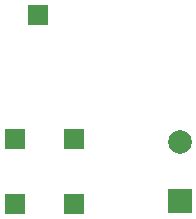
<source format=gbr>
%TF.GenerationSoftware,KiCad,Pcbnew,(6.0.7-1)-1*%
%TF.CreationDate,2022-10-13T12:07:10+02:00*%
%TF.ProjectId,tr707minus10v_kicad,74723730-376d-4696-9e75-733130765f6b,rev?*%
%TF.SameCoordinates,Original*%
%TF.FileFunction,Soldermask,Bot*%
%TF.FilePolarity,Negative*%
%FSLAX46Y46*%
G04 Gerber Fmt 4.6, Leading zero omitted, Abs format (unit mm)*
G04 Created by KiCad (PCBNEW (6.0.7-1)-1) date 2022-10-13 12:07:10*
%MOMM*%
%LPD*%
G01*
G04 APERTURE LIST*
%ADD10R,2.000000X2.000000*%
%ADD11C,2.000000*%
%ADD12R,1.700000X1.700000*%
G04 APERTURE END LIST*
D10*
%TO.C,C5*%
X36550000Y10107562D03*
D11*
X36550000Y15107562D03*
%TD*%
D12*
%TO.C,J1*%
X22595000Y9905000D03*
%TD*%
%TO.C,J3*%
X27595000Y9905000D03*
%TD*%
%TO.C,J4*%
X27595000Y15405000D03*
%TD*%
%TO.C,J5*%
X24595000Y25905000D03*
%TD*%
%TO.C,J2*%
X22595000Y15405000D03*
%TD*%
M02*

</source>
